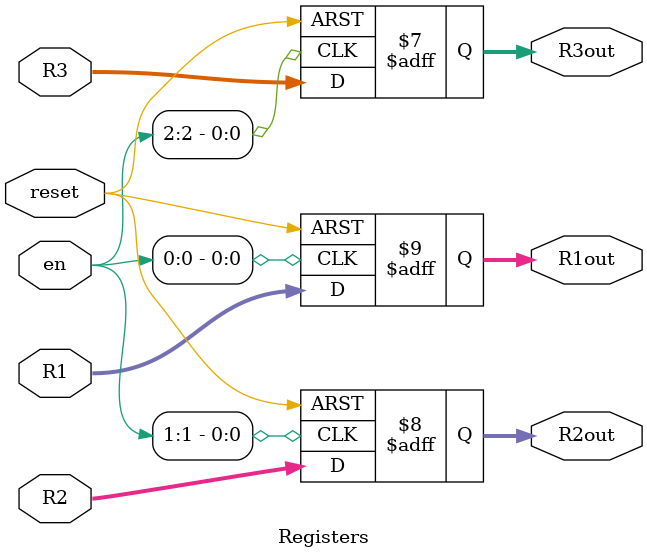
<source format=v>
module Registers (
	input wire [3:0] R1, R2, R3,
	input wire [2:0] en,
	input wire reset,
	output reg [3:0] R1out, R2out, R3out
);

	always @(posedge en[0], negedge reset) begin
		if (!reset) begin
			R1out = 4'd0;
		end
		else begin
			R1out = R1;
		end
	end
	
	always @(posedge en[1], negedge reset) begin
		if (!reset) begin
			R2out = 4'd0;
		end
		else begin
			R2out = R2;
		end
	end
	
	always @(posedge en[2], negedge reset) begin
		if (!reset) begin
			R3out = 4'd0;
		end
		else begin
			R3out = R3;
		end	
	end

endmodule
</source>
